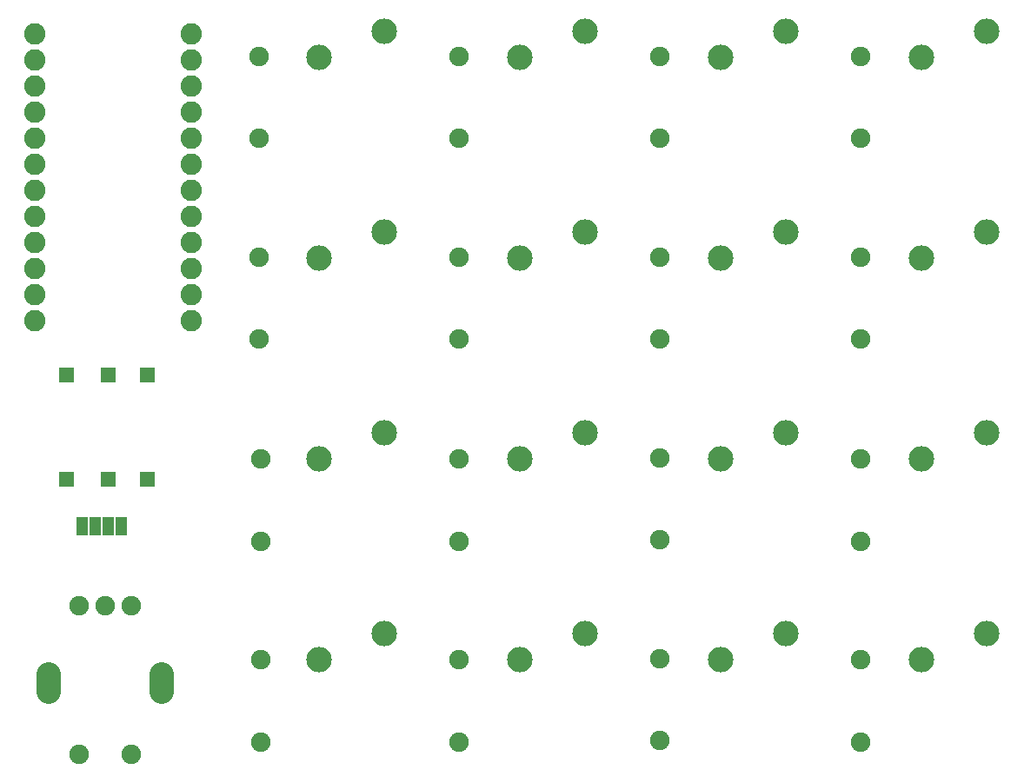
<source format=gbs>
G04 Layer: BottomSolderMaskLayer*
G04 EasyEDA v6.4.20.6, 2021-07-27T21:22:35+10:00*
G04 5f3de9c6558747c6be1615df3866fddb,ebe80986956c49fa8a04bea1b3a7cd6c,10*
G04 Gerber Generator version 0.2*
G04 Scale: 100 percent, Rotated: No, Reflected: No *
G04 Dimensions in millimeters *
G04 leading zeros omitted , absolute positions ,4 integer and 5 decimal *
%FSLAX45Y45*%
%MOMM*%

%ADD21C,2.4016*%
%ADD22C,1.9016*%
%ADD24C,2.4892*%
%ADD25C,2.0828*%

%LPD*%
D21*
X-9822014Y-6709222D02*
G01*
X-9822014Y-6879221D01*
X-8722017Y-6709222D02*
G01*
X-8722017Y-6879221D01*
D22*
G01*
X-7773428Y-692200D03*
G01*
X-7773428Y-1492199D03*
G01*
X-5830328Y-692200D03*
G01*
X-5830328Y-1492199D03*
G01*
X-3874528Y-692200D03*
G01*
X-3874528Y-1492199D03*
G01*
X-1918728Y-692200D03*
G01*
X-1918728Y-1492199D03*
G01*
X-7773428Y-2648000D03*
G01*
X-7773428Y-3447999D03*
G01*
X-5830328Y-2648000D03*
G01*
X-5830328Y-3447999D03*
G01*
X-3874528Y-2648000D03*
G01*
X-3874528Y-3447999D03*
G01*
X-1918728Y-2648000D03*
G01*
X-1918728Y-3447999D03*
G01*
X-7760728Y-4616500D03*
G01*
X-7760728Y-5416499D03*
G01*
X-5830328Y-4616500D03*
G01*
X-5830328Y-5416499D03*
G01*
X-3874528Y-4603800D03*
G01*
X-3874528Y-5403799D03*
G01*
X-1918728Y-4616500D03*
G01*
X-1918728Y-5416499D03*
G01*
X-7760728Y-6572300D03*
G01*
X-7760728Y-7372299D03*
G01*
X-5830328Y-6572300D03*
G01*
X-5830328Y-7372299D03*
G01*
X-3874528Y-6559600D03*
G01*
X-3874528Y-7359599D03*
G01*
X-1918728Y-6572300D03*
G01*
X-1918728Y-7372299D03*
G36*
X-9428238Y-5360670D02*
G01*
X-9428238Y-5180329D01*
X-9319018Y-5180329D01*
X-9319018Y-5360670D01*
G37*
G36*
X-9555238Y-5360670D02*
G01*
X-9555238Y-5180329D01*
X-9446018Y-5180329D01*
X-9446018Y-5360670D01*
G37*
G36*
X-9301238Y-5360670D02*
G01*
X-9301238Y-5180329D01*
X-9192018Y-5180329D01*
X-9192018Y-5360670D01*
G37*
G36*
X-9174238Y-5360670D02*
G01*
X-9174238Y-5180329D01*
X-9065018Y-5180329D01*
X-9065018Y-5360670D01*
G37*
D24*
G01*
X-7189228Y-698500D03*
G01*
X-6554228Y-444500D03*
G01*
X-5233428Y-698500D03*
G01*
X-4598428Y-444500D03*
G01*
X-3277628Y-698500D03*
G01*
X-2642628Y-444500D03*
G01*
X-1321828Y-698500D03*
G01*
X-686828Y-444500D03*
G01*
X-7189228Y-2654300D03*
G01*
X-6554228Y-2400300D03*
G01*
X-5233428Y-2654300D03*
G01*
X-4598428Y-2400300D03*
G01*
X-3277628Y-2654300D03*
G01*
X-2642628Y-2400300D03*
G01*
X-1321828Y-2654300D03*
G01*
X-686828Y-2400300D03*
G01*
X-7189228Y-4610100D03*
G01*
X-6554228Y-4356100D03*
G01*
X-5233428Y-4610100D03*
G01*
X-4598428Y-4356100D03*
G01*
X-3277628Y-4610100D03*
G01*
X-2642628Y-4356100D03*
G01*
X-1321828Y-4610100D03*
G01*
X-686828Y-4356100D03*
G01*
X-7189228Y-6565900D03*
G01*
X-6554228Y-6311900D03*
G01*
X-5233428Y-6565900D03*
G01*
X-4598428Y-6311900D03*
G01*
X-3277628Y-6565900D03*
G01*
X-2642628Y-6311900D03*
G01*
X-1321828Y-6565900D03*
G01*
X-686828Y-6311900D03*
D25*
G01*
X-9957828Y-3263900D03*
G01*
X-9957828Y-3009900D03*
G01*
X-9957828Y-2755900D03*
G01*
X-9957828Y-2501900D03*
G01*
X-9957828Y-2247900D03*
G01*
X-9957828Y-1993900D03*
G01*
X-9957828Y-1739900D03*
G01*
X-9957828Y-1485900D03*
G01*
X-9957828Y-1231900D03*
G01*
X-9957828Y-977900D03*
G01*
X-9957828Y-723900D03*
G01*
X-9957828Y-469900D03*
G01*
X-8433828Y-469900D03*
G01*
X-8433828Y-723900D03*
G01*
X-8433828Y-977900D03*
G01*
X-8433828Y-1231900D03*
G01*
X-8433828Y-1485900D03*
G01*
X-8433828Y-1739900D03*
G01*
X-8433828Y-1993900D03*
G01*
X-8433828Y-2247900D03*
G01*
X-8433828Y-2501900D03*
G01*
X-8433828Y-2755900D03*
G01*
X-8433828Y-3009900D03*
G01*
X-8433828Y-3263900D03*
G36*
X-9723640Y-3868165D02*
G01*
X-9723640Y-3726687D01*
X-9582162Y-3726687D01*
X-9582162Y-3868165D01*
G37*
G36*
X-9723640Y-4884165D02*
G01*
X-9723640Y-4742687D01*
X-9582162Y-4742687D01*
X-9582162Y-4884165D01*
G37*
G36*
X-9317240Y-3868165D02*
G01*
X-9317240Y-3726687D01*
X-9175762Y-3726687D01*
X-9175762Y-3868165D01*
G37*
G36*
X-9317240Y-4884165D02*
G01*
X-9317240Y-4742687D01*
X-9175762Y-4742687D01*
X-9175762Y-4884165D01*
G37*
G36*
X-8936240Y-3868165D02*
G01*
X-8936240Y-3726687D01*
X-8794762Y-3726687D01*
X-8794762Y-3868165D01*
G37*
G36*
X-8936240Y-4884165D02*
G01*
X-8936240Y-4742687D01*
X-8794762Y-4742687D01*
X-8794762Y-4884165D01*
G37*
D22*
G01*
X-9018003Y-6044209D03*
G01*
X-9272003Y-6044209D03*
G01*
X-9526003Y-6044209D03*
G01*
X-9018003Y-7494219D03*
G01*
X-9526003Y-7494219D03*
M02*

</source>
